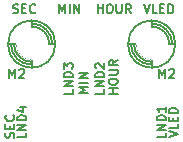
<source format=gto>
G04 (created by PCBNEW (2013-07-07 BZR 4022)-stable) date 11/9/2013 6:23:53 PM*
%MOIN*%
G04 Gerber Fmt 3.4, Leading zero omitted, Abs format*
%FSLAX34Y34*%
G01*
G70*
G90*
G04 APERTURE LIST*
%ADD10C,0.006*%
%ADD11C,0.008*%
%ADD12C,0.104425*%
%ADD13R,0.0847402X0.12411*%
%ADD14R,0.12411X0.20285*%
G04 APERTURE END LIST*
G54D10*
G54D11*
X39507Y-18500D02*
G75*
G03X40000Y-18992I492J0D01*
G74*
G01*
X40492Y-18500D02*
G75*
G03X40000Y-18007I-492J0D01*
G74*
G01*
X39409Y-18500D02*
G75*
G03X40000Y-19090I590J0D01*
G74*
G01*
X39311Y-18500D02*
G75*
G03X40000Y-19188I688J0D01*
G74*
G01*
X40590Y-18500D02*
G75*
G03X40000Y-17909I-590J0D01*
G74*
G01*
X40688Y-18500D02*
G75*
G03X40000Y-17811I-688J0D01*
G74*
G01*
X40000Y-18500D02*
X40000Y-19287D01*
X40000Y-18500D02*
X39212Y-18500D01*
X40000Y-17712D02*
X40000Y-18500D01*
X40000Y-18500D02*
X40787Y-18500D01*
X40787Y-18500D02*
G75*
G03X40787Y-18500I-787J0D01*
G74*
G01*
X35507Y-18500D02*
G75*
G03X36000Y-18992I492J0D01*
G74*
G01*
X36492Y-18500D02*
G75*
G03X36000Y-18007I-492J0D01*
G74*
G01*
X35409Y-18500D02*
G75*
G03X36000Y-19090I590J0D01*
G74*
G01*
X35311Y-18500D02*
G75*
G03X36000Y-19188I688J0D01*
G74*
G01*
X36590Y-18500D02*
G75*
G03X36000Y-17909I-590J0D01*
G74*
G01*
X36688Y-18500D02*
G75*
G03X36000Y-17811I-688J0D01*
G74*
G01*
X36000Y-18500D02*
X36000Y-19287D01*
X36000Y-18500D02*
X35212Y-18500D01*
X36000Y-17712D02*
X36000Y-18500D01*
X36000Y-18500D02*
X36787Y-18500D01*
X36787Y-18500D02*
G75*
G03X36787Y-18500I-787J0D01*
G74*
G01*
G54D10*
X40257Y-19621D02*
X40257Y-19321D01*
X40357Y-19535D01*
X40457Y-19321D01*
X40457Y-19621D01*
X40585Y-19350D02*
X40600Y-19335D01*
X40628Y-19321D01*
X40700Y-19321D01*
X40728Y-19335D01*
X40742Y-19350D01*
X40757Y-19378D01*
X40757Y-19407D01*
X40742Y-19450D01*
X40571Y-19621D01*
X40757Y-19621D01*
X35257Y-19621D02*
X35257Y-19321D01*
X35357Y-19535D01*
X35457Y-19321D01*
X35457Y-19621D01*
X35585Y-19350D02*
X35600Y-19335D01*
X35628Y-19321D01*
X35700Y-19321D01*
X35728Y-19335D01*
X35742Y-19350D01*
X35757Y-19378D01*
X35757Y-19407D01*
X35742Y-19450D01*
X35571Y-19621D01*
X35757Y-19621D01*
X40471Y-21457D02*
X40471Y-21599D01*
X40171Y-21599D01*
X40471Y-21357D02*
X40171Y-21357D01*
X40471Y-21185D01*
X40171Y-21185D01*
X40471Y-21042D02*
X40171Y-21042D01*
X40171Y-20971D01*
X40185Y-20928D01*
X40214Y-20899D01*
X40242Y-20885D01*
X40300Y-20871D01*
X40342Y-20871D01*
X40400Y-20885D01*
X40428Y-20899D01*
X40457Y-20928D01*
X40471Y-20971D01*
X40471Y-21042D01*
X40471Y-20585D02*
X40471Y-20757D01*
X40471Y-20671D02*
X40171Y-20671D01*
X40214Y-20699D01*
X40242Y-20728D01*
X40257Y-20757D01*
X40571Y-21607D02*
X40871Y-21507D01*
X40571Y-21407D01*
X40871Y-21164D02*
X40871Y-21307D01*
X40571Y-21307D01*
X40714Y-21064D02*
X40714Y-20964D01*
X40871Y-20921D02*
X40871Y-21064D01*
X40571Y-21064D01*
X40571Y-20921D01*
X40871Y-20792D02*
X40571Y-20792D01*
X40571Y-20721D01*
X40585Y-20678D01*
X40614Y-20649D01*
X40642Y-20635D01*
X40700Y-20621D01*
X40742Y-20621D01*
X40800Y-20635D01*
X40828Y-20649D01*
X40857Y-20678D01*
X40871Y-20721D01*
X40871Y-20792D01*
X38421Y-20007D02*
X38421Y-20149D01*
X38121Y-20149D01*
X38421Y-19907D02*
X38121Y-19907D01*
X38421Y-19735D01*
X38121Y-19735D01*
X38421Y-19592D02*
X38121Y-19592D01*
X38121Y-19521D01*
X38135Y-19478D01*
X38164Y-19449D01*
X38192Y-19435D01*
X38250Y-19421D01*
X38292Y-19421D01*
X38350Y-19435D01*
X38378Y-19449D01*
X38407Y-19478D01*
X38421Y-19521D01*
X38421Y-19592D01*
X38150Y-19307D02*
X38135Y-19292D01*
X38121Y-19264D01*
X38121Y-19192D01*
X38135Y-19164D01*
X38150Y-19149D01*
X38178Y-19135D01*
X38207Y-19135D01*
X38250Y-19149D01*
X38421Y-19321D01*
X38421Y-19135D01*
X38871Y-20150D02*
X38571Y-20150D01*
X38714Y-20150D02*
X38714Y-19978D01*
X38871Y-19978D02*
X38571Y-19978D01*
X38571Y-19778D02*
X38571Y-19721D01*
X38585Y-19692D01*
X38614Y-19664D01*
X38671Y-19650D01*
X38771Y-19650D01*
X38828Y-19664D01*
X38857Y-19692D01*
X38871Y-19721D01*
X38871Y-19778D01*
X38857Y-19807D01*
X38828Y-19835D01*
X38771Y-19850D01*
X38671Y-19850D01*
X38614Y-19835D01*
X38585Y-19807D01*
X38571Y-19778D01*
X38571Y-19521D02*
X38814Y-19521D01*
X38842Y-19507D01*
X38857Y-19492D01*
X38871Y-19464D01*
X38871Y-19407D01*
X38857Y-19378D01*
X38842Y-19364D01*
X38814Y-19350D01*
X38571Y-19350D01*
X38871Y-19035D02*
X38728Y-19135D01*
X38871Y-19207D02*
X38571Y-19207D01*
X38571Y-19092D01*
X38585Y-19064D01*
X38600Y-19050D01*
X38628Y-19035D01*
X38671Y-19035D01*
X38700Y-19050D01*
X38714Y-19064D01*
X38728Y-19092D01*
X38728Y-19207D01*
X37371Y-20007D02*
X37371Y-20149D01*
X37071Y-20149D01*
X37371Y-19907D02*
X37071Y-19907D01*
X37371Y-19735D01*
X37071Y-19735D01*
X37371Y-19592D02*
X37071Y-19592D01*
X37071Y-19521D01*
X37085Y-19478D01*
X37114Y-19449D01*
X37142Y-19435D01*
X37200Y-19421D01*
X37242Y-19421D01*
X37300Y-19435D01*
X37328Y-19449D01*
X37357Y-19478D01*
X37371Y-19521D01*
X37371Y-19592D01*
X37071Y-19321D02*
X37071Y-19135D01*
X37185Y-19235D01*
X37185Y-19192D01*
X37200Y-19164D01*
X37214Y-19149D01*
X37242Y-19135D01*
X37314Y-19135D01*
X37342Y-19149D01*
X37357Y-19164D01*
X37371Y-19192D01*
X37371Y-19278D01*
X37357Y-19307D01*
X37342Y-19321D01*
X37871Y-20128D02*
X37571Y-20128D01*
X37785Y-20028D01*
X37571Y-19928D01*
X37871Y-19928D01*
X37871Y-19785D02*
X37571Y-19785D01*
X37871Y-19642D02*
X37571Y-19642D01*
X37871Y-19471D01*
X37571Y-19471D01*
X35821Y-21457D02*
X35821Y-21599D01*
X35521Y-21599D01*
X35821Y-21357D02*
X35521Y-21357D01*
X35821Y-21185D01*
X35521Y-21185D01*
X35821Y-21042D02*
X35521Y-21042D01*
X35521Y-20971D01*
X35535Y-20928D01*
X35564Y-20899D01*
X35592Y-20885D01*
X35650Y-20871D01*
X35692Y-20871D01*
X35750Y-20885D01*
X35778Y-20899D01*
X35807Y-20928D01*
X35821Y-20971D01*
X35821Y-21042D01*
X35621Y-20614D02*
X35821Y-20614D01*
X35507Y-20685D02*
X35721Y-20757D01*
X35721Y-20571D01*
X35407Y-21621D02*
X35421Y-21578D01*
X35421Y-21507D01*
X35407Y-21478D01*
X35392Y-21464D01*
X35364Y-21450D01*
X35335Y-21450D01*
X35307Y-21464D01*
X35292Y-21478D01*
X35278Y-21507D01*
X35264Y-21564D01*
X35250Y-21592D01*
X35235Y-21607D01*
X35207Y-21621D01*
X35178Y-21621D01*
X35150Y-21607D01*
X35135Y-21592D01*
X35121Y-21564D01*
X35121Y-21492D01*
X35135Y-21450D01*
X35264Y-21321D02*
X35264Y-21221D01*
X35421Y-21178D02*
X35421Y-21321D01*
X35121Y-21321D01*
X35121Y-21178D01*
X35392Y-20878D02*
X35407Y-20892D01*
X35421Y-20935D01*
X35421Y-20964D01*
X35407Y-21007D01*
X35378Y-21035D01*
X35350Y-21049D01*
X35292Y-21064D01*
X35250Y-21064D01*
X35192Y-21049D01*
X35164Y-21035D01*
X35135Y-21007D01*
X35121Y-20964D01*
X35121Y-20935D01*
X35135Y-20892D01*
X35150Y-20878D01*
X39742Y-17171D02*
X39842Y-17471D01*
X39942Y-17171D01*
X40185Y-17471D02*
X40042Y-17471D01*
X40042Y-17171D01*
X40285Y-17314D02*
X40385Y-17314D01*
X40428Y-17471D02*
X40285Y-17471D01*
X40285Y-17171D01*
X40428Y-17171D01*
X40557Y-17471D02*
X40557Y-17171D01*
X40628Y-17171D01*
X40671Y-17185D01*
X40700Y-17214D01*
X40714Y-17242D01*
X40728Y-17300D01*
X40728Y-17342D01*
X40714Y-17400D01*
X40700Y-17428D01*
X40671Y-17457D01*
X40628Y-17471D01*
X40557Y-17471D01*
X38200Y-17471D02*
X38200Y-17171D01*
X38200Y-17314D02*
X38371Y-17314D01*
X38371Y-17471D02*
X38371Y-17171D01*
X38571Y-17171D02*
X38628Y-17171D01*
X38657Y-17185D01*
X38685Y-17214D01*
X38700Y-17271D01*
X38700Y-17371D01*
X38685Y-17428D01*
X38657Y-17457D01*
X38628Y-17471D01*
X38571Y-17471D01*
X38542Y-17457D01*
X38514Y-17428D01*
X38500Y-17371D01*
X38500Y-17271D01*
X38514Y-17214D01*
X38542Y-17185D01*
X38571Y-17171D01*
X38828Y-17171D02*
X38828Y-17414D01*
X38842Y-17442D01*
X38857Y-17457D01*
X38885Y-17471D01*
X38942Y-17471D01*
X38971Y-17457D01*
X38985Y-17442D01*
X39000Y-17414D01*
X39000Y-17171D01*
X39314Y-17471D02*
X39214Y-17328D01*
X39142Y-17471D02*
X39142Y-17171D01*
X39257Y-17171D01*
X39285Y-17185D01*
X39300Y-17200D01*
X39314Y-17228D01*
X39314Y-17271D01*
X39300Y-17300D01*
X39285Y-17314D01*
X39257Y-17328D01*
X39142Y-17328D01*
X36921Y-17471D02*
X36921Y-17171D01*
X37021Y-17385D01*
X37121Y-17171D01*
X37121Y-17471D01*
X37264Y-17471D02*
X37264Y-17171D01*
X37407Y-17471D02*
X37407Y-17171D01*
X37578Y-17471D01*
X37578Y-17171D01*
X35378Y-17457D02*
X35421Y-17471D01*
X35492Y-17471D01*
X35521Y-17457D01*
X35535Y-17442D01*
X35550Y-17414D01*
X35550Y-17385D01*
X35535Y-17357D01*
X35521Y-17342D01*
X35492Y-17328D01*
X35435Y-17314D01*
X35407Y-17300D01*
X35392Y-17285D01*
X35378Y-17257D01*
X35378Y-17228D01*
X35392Y-17200D01*
X35407Y-17185D01*
X35435Y-17171D01*
X35507Y-17171D01*
X35550Y-17185D01*
X35678Y-17314D02*
X35778Y-17314D01*
X35821Y-17471D02*
X35678Y-17471D01*
X35678Y-17171D01*
X35821Y-17171D01*
X36121Y-17442D02*
X36107Y-17457D01*
X36064Y-17471D01*
X36035Y-17471D01*
X35992Y-17457D01*
X35964Y-17428D01*
X35950Y-17400D01*
X35935Y-17342D01*
X35935Y-17300D01*
X35950Y-17242D01*
X35964Y-17214D01*
X35992Y-17185D01*
X36035Y-17171D01*
X36064Y-17171D01*
X36107Y-17185D01*
X36121Y-17200D01*
%LPC*%
G54D12*
X40000Y-18500D03*
X36000Y-18500D03*
G54D13*
X39500Y-21000D03*
X38500Y-21000D03*
X37500Y-21000D03*
X36500Y-21000D03*
G54D14*
X40250Y-16000D03*
X38750Y-16000D03*
X37250Y-16000D03*
X35750Y-16000D03*
M02*

</source>
